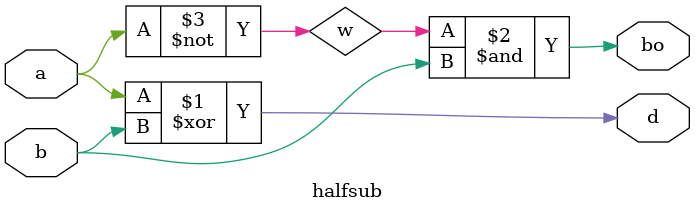
<source format=v>
module halfsub(a,b,d,bo);
    input a,b;
    output d,bo;
    wire w;
    xor(d,a,b);
    not(w,a);
    and(bo,w,b);
endmodule

</source>
